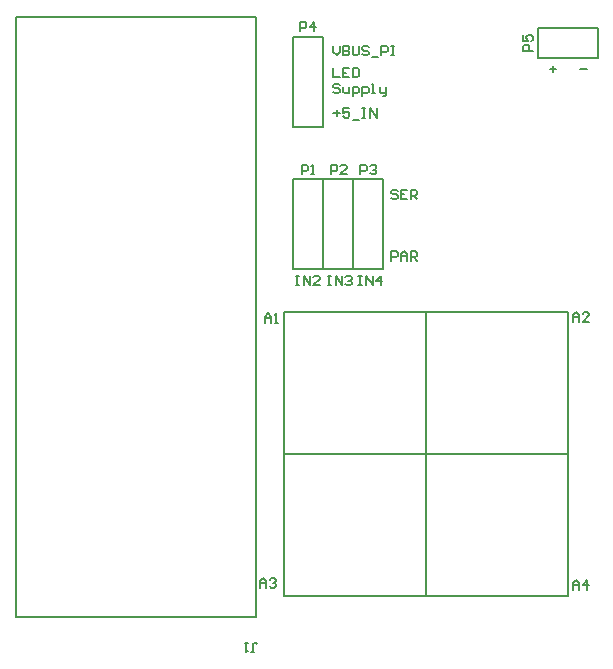
<source format=gto>
G04*
G04 #@! TF.GenerationSoftware,Altium Limited,Altium Designer,21.5.1 (32)*
G04*
G04 Layer_Color=65535*
%FSLAX44Y44*%
%MOMM*%
G71*
G04*
G04 #@! TF.SameCoordinates,0903D884-DAF8-42DF-BE81-14F24C034F1F*
G04*
G04*
G04 #@! TF.FilePolarity,Positive*
G04*
G01*
G75*
%ADD10C,0.1500*%
%ADD11C,0.2000*%
%ADD12C,0.1524*%
D10*
X230000Y260000D02*
X350000D01*
X230000Y140000D02*
Y260000D01*
Y140000D02*
X350000D01*
Y260000D01*
X470000D01*
X350000Y140000D02*
Y260000D01*
Y140000D02*
X470000D01*
Y260000D01*
X230000Y140000D02*
X350000D01*
X230000Y20000D02*
Y140000D01*
Y20000D02*
X350000D01*
Y140000D01*
X470000D01*
X350000Y20000D02*
Y140000D01*
Y20000D02*
X470000D01*
Y140000D01*
D11*
X262700Y416500D02*
Y492700D01*
X237300D02*
X262700D01*
X237300Y416500D02*
Y492700D01*
Y416500D02*
X262700D01*
Y296500D02*
Y372700D01*
X237300D02*
X262700D01*
X237300Y296500D02*
Y372700D01*
Y296500D02*
X262700D01*
X288100D02*
Y372700D01*
X262700D02*
X288100D01*
X262700Y296500D02*
Y372700D01*
Y296500D02*
X288100D01*
X444500Y475300D02*
Y500700D01*
X495300D01*
Y475300D02*
Y500700D01*
X444500Y475300D02*
X495300D01*
X313500Y296500D02*
Y372700D01*
X288100D02*
X313500D01*
X288100Y296500D02*
Y372700D01*
Y296500D02*
X313500D01*
D12*
X205500Y2300D02*
Y510300D01*
X2300Y510300D02*
X205500Y510300D01*
X2300Y2300D02*
X2300Y510300D01*
X2300Y2300D02*
X205500D01*
X271524Y466921D02*
Y458796D01*
X276941D01*
X285066Y466921D02*
X279649D01*
Y458796D01*
X285066D01*
X279649Y462858D02*
X282358D01*
X287775Y466921D02*
Y458796D01*
X291838D01*
X293192Y460150D01*
Y465567D01*
X291838Y466921D01*
X287775D01*
X276941Y452159D02*
X275587Y453513D01*
X272878D01*
X271524Y452159D01*
Y450804D01*
X272878Y449450D01*
X275587D01*
X276941Y448096D01*
Y446742D01*
X275587Y445387D01*
X272878D01*
X271524Y446742D01*
X279649Y450804D02*
Y446742D01*
X281004Y445387D01*
X285066D01*
Y450804D01*
X287775Y442679D02*
Y450804D01*
X291838D01*
X293192Y449450D01*
Y446742D01*
X291838Y445387D01*
X287775D01*
X295900Y442679D02*
Y450804D01*
X299963D01*
X301317Y449450D01*
Y446742D01*
X299963Y445387D01*
X295900D01*
X304026D02*
X306734D01*
X305380D01*
Y453513D01*
X304026D01*
X310797Y450804D02*
Y446742D01*
X312151Y445387D01*
X316214D01*
Y444033D01*
X314859Y442679D01*
X313505D01*
X316214Y445387D02*
Y450804D01*
X271524Y428477D02*
X276941D01*
X274233Y431186D02*
Y425769D01*
X285066Y432540D02*
X279649D01*
Y428477D01*
X282358Y429831D01*
X283712D01*
X285066Y428477D01*
Y425769D01*
X283712Y424414D01*
X281004D01*
X279649Y425769D01*
X287775Y423060D02*
X293192D01*
X295900Y432540D02*
X298609D01*
X297254D01*
Y424414D01*
X295900D01*
X298609D01*
X302671D02*
Y432540D01*
X308088Y424414D01*
Y432540D01*
X271524Y485540D02*
Y480123D01*
X274233Y477414D01*
X276941Y480123D01*
Y485540D01*
X279649D02*
Y477414D01*
X283712D01*
X285066Y478769D01*
Y480123D01*
X283712Y481477D01*
X279649D01*
X283712D01*
X285066Y482831D01*
Y484186D01*
X283712Y485540D01*
X279649D01*
X287775D02*
Y478769D01*
X289129Y477414D01*
X291838D01*
X293192Y478769D01*
Y485540D01*
X301317Y484186D02*
X299963Y485540D01*
X297254D01*
X295900Y484186D01*
Y482831D01*
X297254Y481477D01*
X299963D01*
X301317Y480123D01*
Y478769D01*
X299963Y477414D01*
X297254D01*
X295900Y478769D01*
X304026Y476060D02*
X309443D01*
X312151Y477414D02*
Y485540D01*
X316214D01*
X317568Y484186D01*
Y481477D01*
X316214Y480123D01*
X312151D01*
X320276Y485540D02*
X322985D01*
X321631D01*
Y477414D01*
X320276D01*
X322985D01*
X239524Y290863D02*
X242232D01*
X240878D01*
Y282737D01*
X239524D01*
X242232D01*
X246295D02*
Y290863D01*
X251712Y282737D01*
Y290863D01*
X259837Y282737D02*
X254421D01*
X259837Y288154D01*
Y289508D01*
X258483Y290863D01*
X255775D01*
X254421Y289508D01*
X325941Y362508D02*
X324587Y363863D01*
X321878D01*
X320524Y362508D01*
Y361154D01*
X321878Y359800D01*
X324587D01*
X325941Y358446D01*
Y357091D01*
X324587Y355737D01*
X321878D01*
X320524Y357091D01*
X334066Y363863D02*
X328649D01*
Y355737D01*
X334066D01*
X328649Y359800D02*
X331358D01*
X336775Y355737D02*
Y363863D01*
X340837D01*
X342192Y362508D01*
Y359800D01*
X340837Y358446D01*
X336775D01*
X339483D02*
X342192Y355737D01*
X480524Y466269D02*
X485941D01*
X454524Y466000D02*
X459941D01*
X457233Y468708D02*
Y463292D01*
X320524Y303737D02*
Y311863D01*
X324587D01*
X325941Y310508D01*
Y307800D01*
X324587Y306446D01*
X320524D01*
X328649Y303737D02*
Y309154D01*
X331358Y311863D01*
X334066Y309154D01*
Y303737D01*
Y307800D01*
X328649D01*
X336775Y303737D02*
Y311863D01*
X340837D01*
X342192Y310508D01*
Y307800D01*
X340837Y306446D01*
X336775D01*
X339483D02*
X342192Y303737D01*
X266524Y290863D02*
X269233D01*
X267878D01*
Y282737D01*
X266524D01*
X269233D01*
X273295D02*
Y290863D01*
X278712Y282737D01*
Y290863D01*
X281420Y289508D02*
X282775Y290863D01*
X285483D01*
X286837Y289508D01*
Y288154D01*
X285483Y286800D01*
X284129D01*
X285483D01*
X286837Y285446D01*
Y284091D01*
X285483Y282737D01*
X282775D01*
X281420Y284091D01*
X292524Y290863D02*
X295233D01*
X293878D01*
Y282737D01*
X292524D01*
X295233D01*
X299295D02*
Y290863D01*
X304712Y282737D01*
Y290863D01*
X311483Y282737D02*
Y290863D01*
X307421Y286800D01*
X312837D01*
X213583Y250937D02*
Y256354D01*
X216292Y259063D01*
X219000Y256354D01*
Y250937D01*
Y255000D01*
X213583D01*
X221709Y250937D02*
X224417D01*
X223063D01*
Y259063D01*
X221709Y257708D01*
X243229Y497737D02*
Y505863D01*
X247292D01*
X248646Y504509D01*
Y501800D01*
X247292Y500446D01*
X243229D01*
X255417Y497737D02*
Y505863D01*
X251354Y501800D01*
X256771D01*
X201734Y-27796D02*
X204443D01*
X203088D01*
Y-21025D01*
X204443Y-19671D01*
X205797D01*
X207151Y-21025D01*
X199026Y-19671D02*
X196317D01*
X197671D01*
Y-27796D01*
X199026Y-26442D01*
X244583Y376737D02*
Y384863D01*
X248646D01*
X250000Y383508D01*
Y380800D01*
X248646Y379446D01*
X244583D01*
X252708Y376737D02*
X255417D01*
X254063D01*
Y384863D01*
X252708Y383508D01*
X474229Y251937D02*
Y257354D01*
X476937Y260063D01*
X479646Y257354D01*
Y251937D01*
Y256000D01*
X474229D01*
X487771Y251937D02*
X482354D01*
X487771Y257354D01*
Y258708D01*
X486417Y260063D01*
X483708D01*
X482354Y258708D01*
X269229Y376737D02*
Y384863D01*
X273292D01*
X274646Y383508D01*
Y380800D01*
X273292Y379446D01*
X269229D01*
X282771Y376737D02*
X277354D01*
X282771Y382154D01*
Y383508D01*
X281417Y384863D01*
X278708D01*
X277354Y383508D01*
X440063Y481229D02*
X431937D01*
Y485292D01*
X433292Y486646D01*
X436000D01*
X437354Y485292D01*
Y481229D01*
X431937Y494771D02*
Y489354D01*
X436000D01*
X434646Y492063D01*
Y493417D01*
X436000Y494771D01*
X438708D01*
X440063Y493417D01*
Y490709D01*
X438708Y489354D01*
X209229Y26937D02*
Y32354D01*
X211937Y35063D01*
X214646Y32354D01*
Y26937D01*
Y31000D01*
X209229D01*
X217354Y33709D02*
X218708Y35063D01*
X221417D01*
X222771Y33709D01*
Y32354D01*
X221417Y31000D01*
X220063D01*
X221417D01*
X222771Y29646D01*
Y28292D01*
X221417Y26937D01*
X218708D01*
X217354Y28292D01*
X294229Y376737D02*
Y384863D01*
X298292D01*
X299646Y383508D01*
Y380800D01*
X298292Y379446D01*
X294229D01*
X302354Y383508D02*
X303708Y384863D01*
X306417D01*
X307771Y383508D01*
Y382154D01*
X306417Y380800D01*
X305063D01*
X306417D01*
X307771Y379446D01*
Y378092D01*
X306417Y376737D01*
X303708D01*
X302354Y378092D01*
X474229Y24937D02*
Y30354D01*
X476937Y33063D01*
X479646Y30354D01*
Y24937D01*
Y29000D01*
X474229D01*
X486417Y24937D02*
Y33063D01*
X482354Y29000D01*
X487771D01*
M02*

</source>
